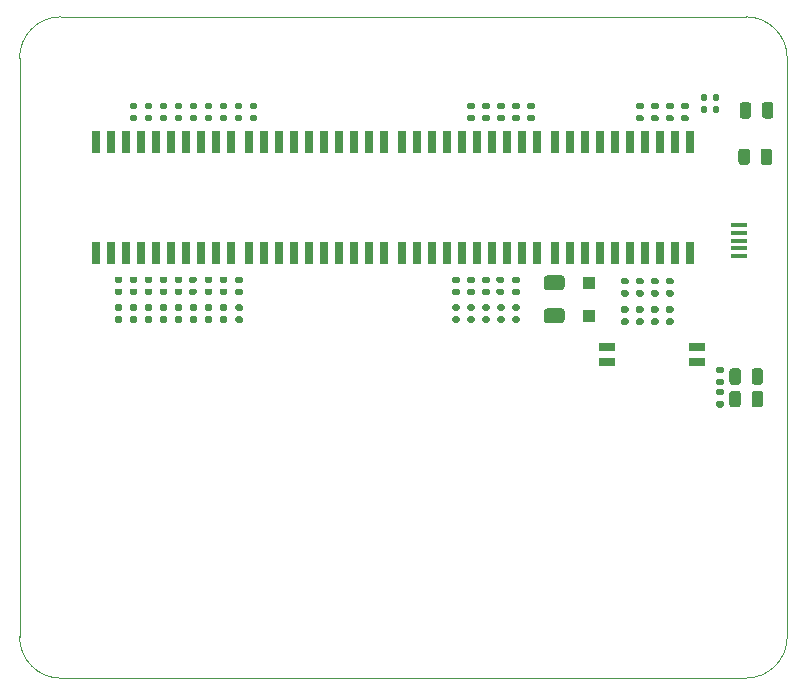
<source format=gtp>
%TF.GenerationSoftware,KiCad,Pcbnew,(5.1.9-16-g1737927814)-1*%
%TF.CreationDate,2021-08-01T12:49:19-05:00*%
%TF.ProjectId,rascsi_2p4,72617363-7369-45f3-9270-342e6b696361,rev?*%
%TF.SameCoordinates,PX59d60c0PY325aa00*%
%TF.FileFunction,Paste,Top*%
%TF.FilePolarity,Positive*%
%FSLAX46Y46*%
G04 Gerber Fmt 4.6, Leading zero omitted, Abs format (unit mm)*
G04 Created by KiCad (PCBNEW (5.1.9-16-g1737927814)-1) date 2021-08-01 12:49:19*
%MOMM*%
%LPD*%
G01*
G04 APERTURE LIST*
%TA.AperFunction,Profile*%
%ADD10C,0.050000*%
%TD*%
%ADD11R,0.650000X1.950000*%
%ADD12R,1.400000X0.400000*%
%ADD13R,1.100000X1.100000*%
%ADD14R,1.425000X0.750000*%
G04 APERTURE END LIST*
D10*
X83800000Y-45696000D02*
X141800000Y-45696000D01*
X83800000Y-45696000D02*
G75*
G02*
X80300000Y-42196000I0J3500000D01*
G01*
X145300000Y-42196000D02*
G75*
G02*
X141800000Y-45696000I-3500000J0D01*
G01*
X80300000Y6800000D02*
X80300000Y-42196000D01*
X145300000Y6800000D02*
X145300000Y-42196000D01*
X83800000Y10300000D02*
X141800000Y10300000D01*
X80300000Y6800000D02*
G75*
G02*
X83800000Y10300000I3500000J0D01*
G01*
X141800000Y10300000D02*
G75*
G02*
X145300000Y6800000I0J-3500000D01*
G01*
%TO.C,R4*%
G36*
G01*
X139422000Y-20338000D02*
X139792000Y-20338000D01*
G75*
G02*
X139927000Y-20473000I0J-135000D01*
G01*
X139927000Y-20743000D01*
G75*
G02*
X139792000Y-20878000I-135000J0D01*
G01*
X139422000Y-20878000D01*
G75*
G02*
X139287000Y-20743000I0J135000D01*
G01*
X139287000Y-20473000D01*
G75*
G02*
X139422000Y-20338000I135000J0D01*
G01*
G37*
G36*
G01*
X139422000Y-19318000D02*
X139792000Y-19318000D01*
G75*
G02*
X139927000Y-19453000I0J-135000D01*
G01*
X139927000Y-19723000D01*
G75*
G02*
X139792000Y-19858000I-135000J0D01*
G01*
X139422000Y-19858000D01*
G75*
G02*
X139287000Y-19723000I0J135000D01*
G01*
X139287000Y-19453000D01*
G75*
G02*
X139422000Y-19318000I135000J0D01*
G01*
G37*
%TD*%
%TO.C,R3*%
G36*
G01*
X139422000Y-22243000D02*
X139792000Y-22243000D01*
G75*
G02*
X139927000Y-22378000I0J-135000D01*
G01*
X139927000Y-22648000D01*
G75*
G02*
X139792000Y-22783000I-135000J0D01*
G01*
X139422000Y-22783000D01*
G75*
G02*
X139287000Y-22648000I0J135000D01*
G01*
X139287000Y-22378000D01*
G75*
G02*
X139422000Y-22243000I135000J0D01*
G01*
G37*
G36*
G01*
X139422000Y-21223000D02*
X139792000Y-21223000D01*
G75*
G02*
X139927000Y-21358000I0J-135000D01*
G01*
X139927000Y-21628000D01*
G75*
G02*
X139792000Y-21763000I-135000J0D01*
G01*
X139422000Y-21763000D01*
G75*
G02*
X139287000Y-21628000I0J135000D01*
G01*
X139287000Y-21358000D01*
G75*
G02*
X139422000Y-21223000I135000J0D01*
G01*
G37*
%TD*%
%TO.C,R2*%
G36*
G01*
X138998500Y3275500D02*
X138998500Y3645500D01*
G75*
G02*
X139133500Y3780500I135000J0D01*
G01*
X139403500Y3780500D01*
G75*
G02*
X139538500Y3645500I0J-135000D01*
G01*
X139538500Y3275500D01*
G75*
G02*
X139403500Y3140500I-135000J0D01*
G01*
X139133500Y3140500D01*
G75*
G02*
X138998500Y3275500I0J135000D01*
G01*
G37*
G36*
G01*
X137978500Y3275500D02*
X137978500Y3645500D01*
G75*
G02*
X138113500Y3780500I135000J0D01*
G01*
X138383500Y3780500D01*
G75*
G02*
X138518500Y3645500I0J-135000D01*
G01*
X138518500Y3275500D01*
G75*
G02*
X138383500Y3140500I-135000J0D01*
G01*
X138113500Y3140500D01*
G75*
G02*
X137978500Y3275500I0J135000D01*
G01*
G37*
%TD*%
%TO.C,R1*%
G36*
G01*
X138998500Y2259500D02*
X138998500Y2629500D01*
G75*
G02*
X139133500Y2764500I135000J0D01*
G01*
X139403500Y2764500D01*
G75*
G02*
X139538500Y2629500I0J-135000D01*
G01*
X139538500Y2259500D01*
G75*
G02*
X139403500Y2124500I-135000J0D01*
G01*
X139133500Y2124500D01*
G75*
G02*
X138998500Y2259500I0J135000D01*
G01*
G37*
G36*
G01*
X137978500Y2259500D02*
X137978500Y2629500D01*
G75*
G02*
X138113500Y2764500I135000J0D01*
G01*
X138383500Y2764500D01*
G75*
G02*
X138518500Y2629500I0J-135000D01*
G01*
X138518500Y2259500D01*
G75*
G02*
X138383500Y2124500I-135000J0D01*
G01*
X138113500Y2124500D01*
G75*
G02*
X137978500Y2259500I0J135000D01*
G01*
G37*
%TD*%
%TO.C,R58*%
G36*
G01*
X99082500Y-14587500D02*
X98712500Y-14587500D01*
G75*
G02*
X98577500Y-14452500I0J135000D01*
G01*
X98577500Y-14182500D01*
G75*
G02*
X98712500Y-14047500I135000J0D01*
G01*
X99082500Y-14047500D01*
G75*
G02*
X99217500Y-14182500I0J-135000D01*
G01*
X99217500Y-14452500D01*
G75*
G02*
X99082500Y-14587500I-135000J0D01*
G01*
G37*
G36*
G01*
X99082500Y-15607500D02*
X98712500Y-15607500D01*
G75*
G02*
X98577500Y-15472500I0J135000D01*
G01*
X98577500Y-15202500D01*
G75*
G02*
X98712500Y-15067500I135000J0D01*
G01*
X99082500Y-15067500D01*
G75*
G02*
X99217500Y-15202500I0J-135000D01*
G01*
X99217500Y-15472500D01*
G75*
G02*
X99082500Y-15607500I-135000J0D01*
G01*
G37*
%TD*%
%TO.C,R57*%
G36*
G01*
X97755000Y-14587500D02*
X97385000Y-14587500D01*
G75*
G02*
X97250000Y-14452500I0J135000D01*
G01*
X97250000Y-14182500D01*
G75*
G02*
X97385000Y-14047500I135000J0D01*
G01*
X97755000Y-14047500D01*
G75*
G02*
X97890000Y-14182500I0J-135000D01*
G01*
X97890000Y-14452500D01*
G75*
G02*
X97755000Y-14587500I-135000J0D01*
G01*
G37*
G36*
G01*
X97755000Y-15607500D02*
X97385000Y-15607500D01*
G75*
G02*
X97250000Y-15472500I0J135000D01*
G01*
X97250000Y-15202500D01*
G75*
G02*
X97385000Y-15067500I135000J0D01*
G01*
X97755000Y-15067500D01*
G75*
G02*
X97890000Y-15202500I0J-135000D01*
G01*
X97890000Y-15472500D01*
G75*
G02*
X97755000Y-15607500I-135000J0D01*
G01*
G37*
%TD*%
%TO.C,R56*%
G36*
G01*
X96485000Y-14587500D02*
X96115000Y-14587500D01*
G75*
G02*
X95980000Y-14452500I0J135000D01*
G01*
X95980000Y-14182500D01*
G75*
G02*
X96115000Y-14047500I135000J0D01*
G01*
X96485000Y-14047500D01*
G75*
G02*
X96620000Y-14182500I0J-135000D01*
G01*
X96620000Y-14452500D01*
G75*
G02*
X96485000Y-14587500I-135000J0D01*
G01*
G37*
G36*
G01*
X96485000Y-15607500D02*
X96115000Y-15607500D01*
G75*
G02*
X95980000Y-15472500I0J135000D01*
G01*
X95980000Y-15202500D01*
G75*
G02*
X96115000Y-15067500I135000J0D01*
G01*
X96485000Y-15067500D01*
G75*
G02*
X96620000Y-15202500I0J-135000D01*
G01*
X96620000Y-15472500D01*
G75*
G02*
X96485000Y-15607500I-135000J0D01*
G01*
G37*
%TD*%
%TO.C,R55*%
G36*
G01*
X95215000Y-14587500D02*
X94845000Y-14587500D01*
G75*
G02*
X94710000Y-14452500I0J135000D01*
G01*
X94710000Y-14182500D01*
G75*
G02*
X94845000Y-14047500I135000J0D01*
G01*
X95215000Y-14047500D01*
G75*
G02*
X95350000Y-14182500I0J-135000D01*
G01*
X95350000Y-14452500D01*
G75*
G02*
X95215000Y-14587500I-135000J0D01*
G01*
G37*
G36*
G01*
X95215000Y-15607500D02*
X94845000Y-15607500D01*
G75*
G02*
X94710000Y-15472500I0J135000D01*
G01*
X94710000Y-15202500D01*
G75*
G02*
X94845000Y-15067500I135000J0D01*
G01*
X95215000Y-15067500D01*
G75*
G02*
X95350000Y-15202500I0J-135000D01*
G01*
X95350000Y-15472500D01*
G75*
G02*
X95215000Y-15607500I-135000J0D01*
G01*
G37*
%TD*%
%TO.C,R54*%
G36*
G01*
X93945000Y-14587500D02*
X93575000Y-14587500D01*
G75*
G02*
X93440000Y-14452500I0J135000D01*
G01*
X93440000Y-14182500D01*
G75*
G02*
X93575000Y-14047500I135000J0D01*
G01*
X93945000Y-14047500D01*
G75*
G02*
X94080000Y-14182500I0J-135000D01*
G01*
X94080000Y-14452500D01*
G75*
G02*
X93945000Y-14587500I-135000J0D01*
G01*
G37*
G36*
G01*
X93945000Y-15607500D02*
X93575000Y-15607500D01*
G75*
G02*
X93440000Y-15472500I0J135000D01*
G01*
X93440000Y-15202500D01*
G75*
G02*
X93575000Y-15067500I135000J0D01*
G01*
X93945000Y-15067500D01*
G75*
G02*
X94080000Y-15202500I0J-135000D01*
G01*
X94080000Y-15472500D01*
G75*
G02*
X93945000Y-15607500I-135000J0D01*
G01*
G37*
%TD*%
%TO.C,R53*%
G36*
G01*
X92675000Y-14587500D02*
X92305000Y-14587500D01*
G75*
G02*
X92170000Y-14452500I0J135000D01*
G01*
X92170000Y-14182500D01*
G75*
G02*
X92305000Y-14047500I135000J0D01*
G01*
X92675000Y-14047500D01*
G75*
G02*
X92810000Y-14182500I0J-135000D01*
G01*
X92810000Y-14452500D01*
G75*
G02*
X92675000Y-14587500I-135000J0D01*
G01*
G37*
G36*
G01*
X92675000Y-15607500D02*
X92305000Y-15607500D01*
G75*
G02*
X92170000Y-15472500I0J135000D01*
G01*
X92170000Y-15202500D01*
G75*
G02*
X92305000Y-15067500I135000J0D01*
G01*
X92675000Y-15067500D01*
G75*
G02*
X92810000Y-15202500I0J-135000D01*
G01*
X92810000Y-15472500D01*
G75*
G02*
X92675000Y-15607500I-135000J0D01*
G01*
G37*
%TD*%
%TO.C,R52*%
G36*
G01*
X91405000Y-14587500D02*
X91035000Y-14587500D01*
G75*
G02*
X90900000Y-14452500I0J135000D01*
G01*
X90900000Y-14182500D01*
G75*
G02*
X91035000Y-14047500I135000J0D01*
G01*
X91405000Y-14047500D01*
G75*
G02*
X91540000Y-14182500I0J-135000D01*
G01*
X91540000Y-14452500D01*
G75*
G02*
X91405000Y-14587500I-135000J0D01*
G01*
G37*
G36*
G01*
X91405000Y-15607500D02*
X91035000Y-15607500D01*
G75*
G02*
X90900000Y-15472500I0J135000D01*
G01*
X90900000Y-15202500D01*
G75*
G02*
X91035000Y-15067500I135000J0D01*
G01*
X91405000Y-15067500D01*
G75*
G02*
X91540000Y-15202500I0J-135000D01*
G01*
X91540000Y-15472500D01*
G75*
G02*
X91405000Y-15607500I-135000J0D01*
G01*
G37*
%TD*%
%TO.C,R51*%
G36*
G01*
X90135000Y-14587500D02*
X89765000Y-14587500D01*
G75*
G02*
X89630000Y-14452500I0J135000D01*
G01*
X89630000Y-14182500D01*
G75*
G02*
X89765000Y-14047500I135000J0D01*
G01*
X90135000Y-14047500D01*
G75*
G02*
X90270000Y-14182500I0J-135000D01*
G01*
X90270000Y-14452500D01*
G75*
G02*
X90135000Y-14587500I-135000J0D01*
G01*
G37*
G36*
G01*
X90135000Y-15607500D02*
X89765000Y-15607500D01*
G75*
G02*
X89630000Y-15472500I0J135000D01*
G01*
X89630000Y-15202500D01*
G75*
G02*
X89765000Y-15067500I135000J0D01*
G01*
X90135000Y-15067500D01*
G75*
G02*
X90270000Y-15202500I0J-135000D01*
G01*
X90270000Y-15472500D01*
G75*
G02*
X90135000Y-15607500I-135000J0D01*
G01*
G37*
%TD*%
%TO.C,R50*%
G36*
G01*
X88865000Y-14587500D02*
X88495000Y-14587500D01*
G75*
G02*
X88360000Y-14452500I0J135000D01*
G01*
X88360000Y-14182500D01*
G75*
G02*
X88495000Y-14047500I135000J0D01*
G01*
X88865000Y-14047500D01*
G75*
G02*
X89000000Y-14182500I0J-135000D01*
G01*
X89000000Y-14452500D01*
G75*
G02*
X88865000Y-14587500I-135000J0D01*
G01*
G37*
G36*
G01*
X88865000Y-15607500D02*
X88495000Y-15607500D01*
G75*
G02*
X88360000Y-15472500I0J135000D01*
G01*
X88360000Y-15202500D01*
G75*
G02*
X88495000Y-15067500I135000J0D01*
G01*
X88865000Y-15067500D01*
G75*
G02*
X89000000Y-15202500I0J-135000D01*
G01*
X89000000Y-15472500D01*
G75*
G02*
X88865000Y-15607500I-135000J0D01*
G01*
G37*
%TD*%
%TO.C,R49*%
G36*
G01*
X122520000Y-14587500D02*
X122150000Y-14587500D01*
G75*
G02*
X122015000Y-14452500I0J135000D01*
G01*
X122015000Y-14182500D01*
G75*
G02*
X122150000Y-14047500I135000J0D01*
G01*
X122520000Y-14047500D01*
G75*
G02*
X122655000Y-14182500I0J-135000D01*
G01*
X122655000Y-14452500D01*
G75*
G02*
X122520000Y-14587500I-135000J0D01*
G01*
G37*
G36*
G01*
X122520000Y-15607500D02*
X122150000Y-15607500D01*
G75*
G02*
X122015000Y-15472500I0J135000D01*
G01*
X122015000Y-15202500D01*
G75*
G02*
X122150000Y-15067500I135000J0D01*
G01*
X122520000Y-15067500D01*
G75*
G02*
X122655000Y-15202500I0J-135000D01*
G01*
X122655000Y-15472500D01*
G75*
G02*
X122520000Y-15607500I-135000J0D01*
G01*
G37*
%TD*%
%TO.C,R48*%
G36*
G01*
X121250000Y-14587500D02*
X120880000Y-14587500D01*
G75*
G02*
X120745000Y-14452500I0J135000D01*
G01*
X120745000Y-14182500D01*
G75*
G02*
X120880000Y-14047500I135000J0D01*
G01*
X121250000Y-14047500D01*
G75*
G02*
X121385000Y-14182500I0J-135000D01*
G01*
X121385000Y-14452500D01*
G75*
G02*
X121250000Y-14587500I-135000J0D01*
G01*
G37*
G36*
G01*
X121250000Y-15607500D02*
X120880000Y-15607500D01*
G75*
G02*
X120745000Y-15472500I0J135000D01*
G01*
X120745000Y-15202500D01*
G75*
G02*
X120880000Y-15067500I135000J0D01*
G01*
X121250000Y-15067500D01*
G75*
G02*
X121385000Y-15202500I0J-135000D01*
G01*
X121385000Y-15472500D01*
G75*
G02*
X121250000Y-15607500I-135000J0D01*
G01*
G37*
%TD*%
%TO.C,R47*%
G36*
G01*
X119980000Y-14587500D02*
X119610000Y-14587500D01*
G75*
G02*
X119475000Y-14452500I0J135000D01*
G01*
X119475000Y-14182500D01*
G75*
G02*
X119610000Y-14047500I135000J0D01*
G01*
X119980000Y-14047500D01*
G75*
G02*
X120115000Y-14182500I0J-135000D01*
G01*
X120115000Y-14452500D01*
G75*
G02*
X119980000Y-14587500I-135000J0D01*
G01*
G37*
G36*
G01*
X119980000Y-15607500D02*
X119610000Y-15607500D01*
G75*
G02*
X119475000Y-15472500I0J135000D01*
G01*
X119475000Y-15202500D01*
G75*
G02*
X119610000Y-15067500I135000J0D01*
G01*
X119980000Y-15067500D01*
G75*
G02*
X120115000Y-15202500I0J-135000D01*
G01*
X120115000Y-15472500D01*
G75*
G02*
X119980000Y-15607500I-135000J0D01*
G01*
G37*
%TD*%
%TO.C,R46*%
G36*
G01*
X118710000Y-14587500D02*
X118340000Y-14587500D01*
G75*
G02*
X118205000Y-14452500I0J135000D01*
G01*
X118205000Y-14182500D01*
G75*
G02*
X118340000Y-14047500I135000J0D01*
G01*
X118710000Y-14047500D01*
G75*
G02*
X118845000Y-14182500I0J-135000D01*
G01*
X118845000Y-14452500D01*
G75*
G02*
X118710000Y-14587500I-135000J0D01*
G01*
G37*
G36*
G01*
X118710000Y-15607500D02*
X118340000Y-15607500D01*
G75*
G02*
X118205000Y-15472500I0J135000D01*
G01*
X118205000Y-15202500D01*
G75*
G02*
X118340000Y-15067500I135000J0D01*
G01*
X118710000Y-15067500D01*
G75*
G02*
X118845000Y-15202500I0J-135000D01*
G01*
X118845000Y-15472500D01*
G75*
G02*
X118710000Y-15607500I-135000J0D01*
G01*
G37*
%TD*%
%TO.C,R45*%
G36*
G01*
X117440000Y-14587500D02*
X117070000Y-14587500D01*
G75*
G02*
X116935000Y-14452500I0J135000D01*
G01*
X116935000Y-14182500D01*
G75*
G02*
X117070000Y-14047500I135000J0D01*
G01*
X117440000Y-14047500D01*
G75*
G02*
X117575000Y-14182500I0J-135000D01*
G01*
X117575000Y-14452500D01*
G75*
G02*
X117440000Y-14587500I-135000J0D01*
G01*
G37*
G36*
G01*
X117440000Y-15607500D02*
X117070000Y-15607500D01*
G75*
G02*
X116935000Y-15472500I0J135000D01*
G01*
X116935000Y-15202500D01*
G75*
G02*
X117070000Y-15067500I135000J0D01*
G01*
X117440000Y-15067500D01*
G75*
G02*
X117575000Y-15202500I0J-135000D01*
G01*
X117575000Y-15472500D01*
G75*
G02*
X117440000Y-15607500I-135000J0D01*
G01*
G37*
%TD*%
%TO.C,R44*%
G36*
G01*
X135537500Y-14762501D02*
X135167500Y-14762501D01*
G75*
G02*
X135032500Y-14627501I0J135000D01*
G01*
X135032500Y-14357501D01*
G75*
G02*
X135167500Y-14222501I135000J0D01*
G01*
X135537500Y-14222501D01*
G75*
G02*
X135672500Y-14357501I0J-135000D01*
G01*
X135672500Y-14627501D01*
G75*
G02*
X135537500Y-14762501I-135000J0D01*
G01*
G37*
G36*
G01*
X135537500Y-15782501D02*
X135167500Y-15782501D01*
G75*
G02*
X135032500Y-15647501I0J135000D01*
G01*
X135032500Y-15377501D01*
G75*
G02*
X135167500Y-15242501I135000J0D01*
G01*
X135537500Y-15242501D01*
G75*
G02*
X135672500Y-15377501I0J-135000D01*
G01*
X135672500Y-15647501D01*
G75*
G02*
X135537500Y-15782501I-135000J0D01*
G01*
G37*
%TD*%
%TO.C,R43*%
G36*
G01*
X134267500Y-14762501D02*
X133897500Y-14762501D01*
G75*
G02*
X133762500Y-14627501I0J135000D01*
G01*
X133762500Y-14357501D01*
G75*
G02*
X133897500Y-14222501I135000J0D01*
G01*
X134267500Y-14222501D01*
G75*
G02*
X134402500Y-14357501I0J-135000D01*
G01*
X134402500Y-14627501D01*
G75*
G02*
X134267500Y-14762501I-135000J0D01*
G01*
G37*
G36*
G01*
X134267500Y-15782501D02*
X133897500Y-15782501D01*
G75*
G02*
X133762500Y-15647501I0J135000D01*
G01*
X133762500Y-15377501D01*
G75*
G02*
X133897500Y-15242501I135000J0D01*
G01*
X134267500Y-15242501D01*
G75*
G02*
X134402500Y-15377501I0J-135000D01*
G01*
X134402500Y-15647501D01*
G75*
G02*
X134267500Y-15782501I-135000J0D01*
G01*
G37*
%TD*%
%TO.C,R42*%
G36*
G01*
X132997500Y-14762501D02*
X132627500Y-14762501D01*
G75*
G02*
X132492500Y-14627501I0J135000D01*
G01*
X132492500Y-14357501D01*
G75*
G02*
X132627500Y-14222501I135000J0D01*
G01*
X132997500Y-14222501D01*
G75*
G02*
X133132500Y-14357501I0J-135000D01*
G01*
X133132500Y-14627501D01*
G75*
G02*
X132997500Y-14762501I-135000J0D01*
G01*
G37*
G36*
G01*
X132997500Y-15782501D02*
X132627500Y-15782501D01*
G75*
G02*
X132492500Y-15647501I0J135000D01*
G01*
X132492500Y-15377501D01*
G75*
G02*
X132627500Y-15242501I135000J0D01*
G01*
X132997500Y-15242501D01*
G75*
G02*
X133132500Y-15377501I0J-135000D01*
G01*
X133132500Y-15647501D01*
G75*
G02*
X132997500Y-15782501I-135000J0D01*
G01*
G37*
%TD*%
%TO.C,R41*%
G36*
G01*
X131727500Y-14762501D02*
X131357500Y-14762501D01*
G75*
G02*
X131222500Y-14627501I0J135000D01*
G01*
X131222500Y-14357501D01*
G75*
G02*
X131357500Y-14222501I135000J0D01*
G01*
X131727500Y-14222501D01*
G75*
G02*
X131862500Y-14357501I0J-135000D01*
G01*
X131862500Y-14627501D01*
G75*
G02*
X131727500Y-14762501I-135000J0D01*
G01*
G37*
G36*
G01*
X131727500Y-15782501D02*
X131357500Y-15782501D01*
G75*
G02*
X131222500Y-15647501I0J135000D01*
G01*
X131222500Y-15377501D01*
G75*
G02*
X131357500Y-15242501I135000J0D01*
G01*
X131727500Y-15242501D01*
G75*
G02*
X131862500Y-15377501I0J-135000D01*
G01*
X131862500Y-15647501D01*
G75*
G02*
X131727500Y-15782501I-135000J0D01*
G01*
G37*
%TD*%
%TO.C,R40*%
G36*
G01*
X98712500Y-12718000D02*
X99082500Y-12718000D01*
G75*
G02*
X99217500Y-12853000I0J-135000D01*
G01*
X99217500Y-13123000D01*
G75*
G02*
X99082500Y-13258000I-135000J0D01*
G01*
X98712500Y-13258000D01*
G75*
G02*
X98577500Y-13123000I0J135000D01*
G01*
X98577500Y-12853000D01*
G75*
G02*
X98712500Y-12718000I135000J0D01*
G01*
G37*
G36*
G01*
X98712500Y-11698000D02*
X99082500Y-11698000D01*
G75*
G02*
X99217500Y-11833000I0J-135000D01*
G01*
X99217500Y-12103000D01*
G75*
G02*
X99082500Y-12238000I-135000J0D01*
G01*
X98712500Y-12238000D01*
G75*
G02*
X98577500Y-12103000I0J135000D01*
G01*
X98577500Y-11833000D01*
G75*
G02*
X98712500Y-11698000I135000J0D01*
G01*
G37*
%TD*%
%TO.C,R39*%
G36*
G01*
X97385000Y-12718000D02*
X97755000Y-12718000D01*
G75*
G02*
X97890000Y-12853000I0J-135000D01*
G01*
X97890000Y-13123000D01*
G75*
G02*
X97755000Y-13258000I-135000J0D01*
G01*
X97385000Y-13258000D01*
G75*
G02*
X97250000Y-13123000I0J135000D01*
G01*
X97250000Y-12853000D01*
G75*
G02*
X97385000Y-12718000I135000J0D01*
G01*
G37*
G36*
G01*
X97385000Y-11698000D02*
X97755000Y-11698000D01*
G75*
G02*
X97890000Y-11833000I0J-135000D01*
G01*
X97890000Y-12103000D01*
G75*
G02*
X97755000Y-12238000I-135000J0D01*
G01*
X97385000Y-12238000D01*
G75*
G02*
X97250000Y-12103000I0J135000D01*
G01*
X97250000Y-11833000D01*
G75*
G02*
X97385000Y-11698000I135000J0D01*
G01*
G37*
%TD*%
%TO.C,R38*%
G36*
G01*
X96115000Y-12718000D02*
X96485000Y-12718000D01*
G75*
G02*
X96620000Y-12853000I0J-135000D01*
G01*
X96620000Y-13123000D01*
G75*
G02*
X96485000Y-13258000I-135000J0D01*
G01*
X96115000Y-13258000D01*
G75*
G02*
X95980000Y-13123000I0J135000D01*
G01*
X95980000Y-12853000D01*
G75*
G02*
X96115000Y-12718000I135000J0D01*
G01*
G37*
G36*
G01*
X96115000Y-11698000D02*
X96485000Y-11698000D01*
G75*
G02*
X96620000Y-11833000I0J-135000D01*
G01*
X96620000Y-12103000D01*
G75*
G02*
X96485000Y-12238000I-135000J0D01*
G01*
X96115000Y-12238000D01*
G75*
G02*
X95980000Y-12103000I0J135000D01*
G01*
X95980000Y-11833000D01*
G75*
G02*
X96115000Y-11698000I135000J0D01*
G01*
G37*
%TD*%
%TO.C,R37*%
G36*
G01*
X94781500Y-12718000D02*
X95151500Y-12718000D01*
G75*
G02*
X95286500Y-12853000I0J-135000D01*
G01*
X95286500Y-13123000D01*
G75*
G02*
X95151500Y-13258000I-135000J0D01*
G01*
X94781500Y-13258000D01*
G75*
G02*
X94646500Y-13123000I0J135000D01*
G01*
X94646500Y-12853000D01*
G75*
G02*
X94781500Y-12718000I135000J0D01*
G01*
G37*
G36*
G01*
X94781500Y-11698000D02*
X95151500Y-11698000D01*
G75*
G02*
X95286500Y-11833000I0J-135000D01*
G01*
X95286500Y-12103000D01*
G75*
G02*
X95151500Y-12238000I-135000J0D01*
G01*
X94781500Y-12238000D01*
G75*
G02*
X94646500Y-12103000I0J135000D01*
G01*
X94646500Y-11833000D01*
G75*
G02*
X94781500Y-11698000I135000J0D01*
G01*
G37*
%TD*%
%TO.C,R36*%
G36*
G01*
X93575000Y-12718000D02*
X93945000Y-12718000D01*
G75*
G02*
X94080000Y-12853000I0J-135000D01*
G01*
X94080000Y-13123000D01*
G75*
G02*
X93945000Y-13258000I-135000J0D01*
G01*
X93575000Y-13258000D01*
G75*
G02*
X93440000Y-13123000I0J135000D01*
G01*
X93440000Y-12853000D01*
G75*
G02*
X93575000Y-12718000I135000J0D01*
G01*
G37*
G36*
G01*
X93575000Y-11698000D02*
X93945000Y-11698000D01*
G75*
G02*
X94080000Y-11833000I0J-135000D01*
G01*
X94080000Y-12103000D01*
G75*
G02*
X93945000Y-12238000I-135000J0D01*
G01*
X93575000Y-12238000D01*
G75*
G02*
X93440000Y-12103000I0J135000D01*
G01*
X93440000Y-11833000D01*
G75*
G02*
X93575000Y-11698000I135000J0D01*
G01*
G37*
%TD*%
%TO.C,R35*%
G36*
G01*
X92305000Y-12718000D02*
X92675000Y-12718000D01*
G75*
G02*
X92810000Y-12853000I0J-135000D01*
G01*
X92810000Y-13123000D01*
G75*
G02*
X92675000Y-13258000I-135000J0D01*
G01*
X92305000Y-13258000D01*
G75*
G02*
X92170000Y-13123000I0J135000D01*
G01*
X92170000Y-12853000D01*
G75*
G02*
X92305000Y-12718000I135000J0D01*
G01*
G37*
G36*
G01*
X92305000Y-11698000D02*
X92675000Y-11698000D01*
G75*
G02*
X92810000Y-11833000I0J-135000D01*
G01*
X92810000Y-12103000D01*
G75*
G02*
X92675000Y-12238000I-135000J0D01*
G01*
X92305000Y-12238000D01*
G75*
G02*
X92170000Y-12103000I0J135000D01*
G01*
X92170000Y-11833000D01*
G75*
G02*
X92305000Y-11698000I135000J0D01*
G01*
G37*
%TD*%
%TO.C,R34*%
G36*
G01*
X91035000Y-12718000D02*
X91405000Y-12718000D01*
G75*
G02*
X91540000Y-12853000I0J-135000D01*
G01*
X91540000Y-13123000D01*
G75*
G02*
X91405000Y-13258000I-135000J0D01*
G01*
X91035000Y-13258000D01*
G75*
G02*
X90900000Y-13123000I0J135000D01*
G01*
X90900000Y-12853000D01*
G75*
G02*
X91035000Y-12718000I135000J0D01*
G01*
G37*
G36*
G01*
X91035000Y-11698000D02*
X91405000Y-11698000D01*
G75*
G02*
X91540000Y-11833000I0J-135000D01*
G01*
X91540000Y-12103000D01*
G75*
G02*
X91405000Y-12238000I-135000J0D01*
G01*
X91035000Y-12238000D01*
G75*
G02*
X90900000Y-12103000I0J135000D01*
G01*
X90900000Y-11833000D01*
G75*
G02*
X91035000Y-11698000I135000J0D01*
G01*
G37*
%TD*%
%TO.C,R33*%
G36*
G01*
X89765000Y-12718000D02*
X90135000Y-12718000D01*
G75*
G02*
X90270000Y-12853000I0J-135000D01*
G01*
X90270000Y-13123000D01*
G75*
G02*
X90135000Y-13258000I-135000J0D01*
G01*
X89765000Y-13258000D01*
G75*
G02*
X89630000Y-13123000I0J135000D01*
G01*
X89630000Y-12853000D01*
G75*
G02*
X89765000Y-12718000I135000J0D01*
G01*
G37*
G36*
G01*
X89765000Y-11698000D02*
X90135000Y-11698000D01*
G75*
G02*
X90270000Y-11833000I0J-135000D01*
G01*
X90270000Y-12103000D01*
G75*
G02*
X90135000Y-12238000I-135000J0D01*
G01*
X89765000Y-12238000D01*
G75*
G02*
X89630000Y-12103000I0J135000D01*
G01*
X89630000Y-11833000D01*
G75*
G02*
X89765000Y-11698000I135000J0D01*
G01*
G37*
%TD*%
%TO.C,R32*%
G36*
G01*
X88495000Y-12718000D02*
X88865000Y-12718000D01*
G75*
G02*
X89000000Y-12853000I0J-135000D01*
G01*
X89000000Y-13123000D01*
G75*
G02*
X88865000Y-13258000I-135000J0D01*
G01*
X88495000Y-13258000D01*
G75*
G02*
X88360000Y-13123000I0J135000D01*
G01*
X88360000Y-12853000D01*
G75*
G02*
X88495000Y-12718000I135000J0D01*
G01*
G37*
G36*
G01*
X88495000Y-11698000D02*
X88865000Y-11698000D01*
G75*
G02*
X89000000Y-11833000I0J-135000D01*
G01*
X89000000Y-12103000D01*
G75*
G02*
X88865000Y-12238000I-135000J0D01*
G01*
X88495000Y-12238000D01*
G75*
G02*
X88360000Y-12103000I0J135000D01*
G01*
X88360000Y-11833000D01*
G75*
G02*
X88495000Y-11698000I135000J0D01*
G01*
G37*
%TD*%
%TO.C,R31*%
G36*
G01*
X122150000Y-12718000D02*
X122520000Y-12718000D01*
G75*
G02*
X122655000Y-12853000I0J-135000D01*
G01*
X122655000Y-13123000D01*
G75*
G02*
X122520000Y-13258000I-135000J0D01*
G01*
X122150000Y-13258000D01*
G75*
G02*
X122015000Y-13123000I0J135000D01*
G01*
X122015000Y-12853000D01*
G75*
G02*
X122150000Y-12718000I135000J0D01*
G01*
G37*
G36*
G01*
X122150000Y-11698000D02*
X122520000Y-11698000D01*
G75*
G02*
X122655000Y-11833000I0J-135000D01*
G01*
X122655000Y-12103000D01*
G75*
G02*
X122520000Y-12238000I-135000J0D01*
G01*
X122150000Y-12238000D01*
G75*
G02*
X122015000Y-12103000I0J135000D01*
G01*
X122015000Y-11833000D01*
G75*
G02*
X122150000Y-11698000I135000J0D01*
G01*
G37*
%TD*%
%TO.C,R30*%
G36*
G01*
X120816500Y-12718000D02*
X121186500Y-12718000D01*
G75*
G02*
X121321500Y-12853000I0J-135000D01*
G01*
X121321500Y-13123000D01*
G75*
G02*
X121186500Y-13258000I-135000J0D01*
G01*
X120816500Y-13258000D01*
G75*
G02*
X120681500Y-13123000I0J135000D01*
G01*
X120681500Y-12853000D01*
G75*
G02*
X120816500Y-12718000I135000J0D01*
G01*
G37*
G36*
G01*
X120816500Y-11698000D02*
X121186500Y-11698000D01*
G75*
G02*
X121321500Y-11833000I0J-135000D01*
G01*
X121321500Y-12103000D01*
G75*
G02*
X121186500Y-12238000I-135000J0D01*
G01*
X120816500Y-12238000D01*
G75*
G02*
X120681500Y-12103000I0J135000D01*
G01*
X120681500Y-11833000D01*
G75*
G02*
X120816500Y-11698000I135000J0D01*
G01*
G37*
%TD*%
%TO.C,R29*%
G36*
G01*
X119610000Y-12718000D02*
X119980000Y-12718000D01*
G75*
G02*
X120115000Y-12853000I0J-135000D01*
G01*
X120115000Y-13123000D01*
G75*
G02*
X119980000Y-13258000I-135000J0D01*
G01*
X119610000Y-13258000D01*
G75*
G02*
X119475000Y-13123000I0J135000D01*
G01*
X119475000Y-12853000D01*
G75*
G02*
X119610000Y-12718000I135000J0D01*
G01*
G37*
G36*
G01*
X119610000Y-11698000D02*
X119980000Y-11698000D01*
G75*
G02*
X120115000Y-11833000I0J-135000D01*
G01*
X120115000Y-12103000D01*
G75*
G02*
X119980000Y-12238000I-135000J0D01*
G01*
X119610000Y-12238000D01*
G75*
G02*
X119475000Y-12103000I0J135000D01*
G01*
X119475000Y-11833000D01*
G75*
G02*
X119610000Y-11698000I135000J0D01*
G01*
G37*
%TD*%
%TO.C,R28*%
G36*
G01*
X118340000Y-12718000D02*
X118710000Y-12718000D01*
G75*
G02*
X118845000Y-12853000I0J-135000D01*
G01*
X118845000Y-13123000D01*
G75*
G02*
X118710000Y-13258000I-135000J0D01*
G01*
X118340000Y-13258000D01*
G75*
G02*
X118205000Y-13123000I0J135000D01*
G01*
X118205000Y-12853000D01*
G75*
G02*
X118340000Y-12718000I135000J0D01*
G01*
G37*
G36*
G01*
X118340000Y-11698000D02*
X118710000Y-11698000D01*
G75*
G02*
X118845000Y-11833000I0J-135000D01*
G01*
X118845000Y-12103000D01*
G75*
G02*
X118710000Y-12238000I-135000J0D01*
G01*
X118340000Y-12238000D01*
G75*
G02*
X118205000Y-12103000I0J135000D01*
G01*
X118205000Y-11833000D01*
G75*
G02*
X118340000Y-11698000I135000J0D01*
G01*
G37*
%TD*%
%TO.C,R27*%
G36*
G01*
X117070000Y-12718000D02*
X117440000Y-12718000D01*
G75*
G02*
X117575000Y-12853000I0J-135000D01*
G01*
X117575000Y-13123000D01*
G75*
G02*
X117440000Y-13258000I-135000J0D01*
G01*
X117070000Y-13258000D01*
G75*
G02*
X116935000Y-13123000I0J135000D01*
G01*
X116935000Y-12853000D01*
G75*
G02*
X117070000Y-12718000I135000J0D01*
G01*
G37*
G36*
G01*
X117070000Y-11698000D02*
X117440000Y-11698000D01*
G75*
G02*
X117575000Y-11833000I0J-135000D01*
G01*
X117575000Y-12103000D01*
G75*
G02*
X117440000Y-12238000I-135000J0D01*
G01*
X117070000Y-12238000D01*
G75*
G02*
X116935000Y-12103000I0J135000D01*
G01*
X116935000Y-11833000D01*
G75*
G02*
X117070000Y-11698000I135000J0D01*
G01*
G37*
%TD*%
%TO.C,R26*%
G36*
G01*
X135167500Y-12845000D02*
X135537500Y-12845000D01*
G75*
G02*
X135672500Y-12980000I0J-135000D01*
G01*
X135672500Y-13250000D01*
G75*
G02*
X135537500Y-13385000I-135000J0D01*
G01*
X135167500Y-13385000D01*
G75*
G02*
X135032500Y-13250000I0J135000D01*
G01*
X135032500Y-12980000D01*
G75*
G02*
X135167500Y-12845000I135000J0D01*
G01*
G37*
G36*
G01*
X135167500Y-11825000D02*
X135537500Y-11825000D01*
G75*
G02*
X135672500Y-11960000I0J-135000D01*
G01*
X135672500Y-12230000D01*
G75*
G02*
X135537500Y-12365000I-135000J0D01*
G01*
X135167500Y-12365000D01*
G75*
G02*
X135032500Y-12230000I0J135000D01*
G01*
X135032500Y-11960000D01*
G75*
G02*
X135167500Y-11825000I135000J0D01*
G01*
G37*
%TD*%
%TO.C,R25*%
G36*
G01*
X133897500Y-12845000D02*
X134267500Y-12845000D01*
G75*
G02*
X134402500Y-12980000I0J-135000D01*
G01*
X134402500Y-13250000D01*
G75*
G02*
X134267500Y-13385000I-135000J0D01*
G01*
X133897500Y-13385000D01*
G75*
G02*
X133762500Y-13250000I0J135000D01*
G01*
X133762500Y-12980000D01*
G75*
G02*
X133897500Y-12845000I135000J0D01*
G01*
G37*
G36*
G01*
X133897500Y-11825000D02*
X134267500Y-11825000D01*
G75*
G02*
X134402500Y-11960000I0J-135000D01*
G01*
X134402500Y-12230000D01*
G75*
G02*
X134267500Y-12365000I-135000J0D01*
G01*
X133897500Y-12365000D01*
G75*
G02*
X133762500Y-12230000I0J135000D01*
G01*
X133762500Y-11960000D01*
G75*
G02*
X133897500Y-11825000I135000J0D01*
G01*
G37*
%TD*%
%TO.C,R24*%
G36*
G01*
X132627500Y-12845000D02*
X132997500Y-12845000D01*
G75*
G02*
X133132500Y-12980000I0J-135000D01*
G01*
X133132500Y-13250000D01*
G75*
G02*
X132997500Y-13385000I-135000J0D01*
G01*
X132627500Y-13385000D01*
G75*
G02*
X132492500Y-13250000I0J135000D01*
G01*
X132492500Y-12980000D01*
G75*
G02*
X132627500Y-12845000I135000J0D01*
G01*
G37*
G36*
G01*
X132627500Y-11825000D02*
X132997500Y-11825000D01*
G75*
G02*
X133132500Y-11960000I0J-135000D01*
G01*
X133132500Y-12230000D01*
G75*
G02*
X132997500Y-12365000I-135000J0D01*
G01*
X132627500Y-12365000D01*
G75*
G02*
X132492500Y-12230000I0J135000D01*
G01*
X132492500Y-11960000D01*
G75*
G02*
X132627500Y-11825000I135000J0D01*
G01*
G37*
%TD*%
%TO.C,R23*%
G36*
G01*
X131357500Y-12845000D02*
X131727500Y-12845000D01*
G75*
G02*
X131862500Y-12980000I0J-135000D01*
G01*
X131862500Y-13250000D01*
G75*
G02*
X131727500Y-13385000I-135000J0D01*
G01*
X131357500Y-13385000D01*
G75*
G02*
X131222500Y-13250000I0J135000D01*
G01*
X131222500Y-12980000D01*
G75*
G02*
X131357500Y-12845000I135000J0D01*
G01*
G37*
G36*
G01*
X131357500Y-11825000D02*
X131727500Y-11825000D01*
G75*
G02*
X131862500Y-11960000I0J-135000D01*
G01*
X131862500Y-12230000D01*
G75*
G02*
X131727500Y-12365000I-135000J0D01*
G01*
X131357500Y-12365000D01*
G75*
G02*
X131222500Y-12230000I0J135000D01*
G01*
X131222500Y-11960000D01*
G75*
G02*
X131357500Y-11825000I135000J0D01*
G01*
G37*
%TD*%
%TO.C,R22*%
G36*
G01*
X99925000Y1991000D02*
X100295000Y1991000D01*
G75*
G02*
X100430000Y1856000I0J-135000D01*
G01*
X100430000Y1586000D01*
G75*
G02*
X100295000Y1451000I-135000J0D01*
G01*
X99925000Y1451000D01*
G75*
G02*
X99790000Y1586000I0J135000D01*
G01*
X99790000Y1856000D01*
G75*
G02*
X99925000Y1991000I135000J0D01*
G01*
G37*
G36*
G01*
X99925000Y3011000D02*
X100295000Y3011000D01*
G75*
G02*
X100430000Y2876000I0J-135000D01*
G01*
X100430000Y2606000D01*
G75*
G02*
X100295000Y2471000I-135000J0D01*
G01*
X99925000Y2471000D01*
G75*
G02*
X99790000Y2606000I0J135000D01*
G01*
X99790000Y2876000D01*
G75*
G02*
X99925000Y3011000I135000J0D01*
G01*
G37*
%TD*%
%TO.C,R21*%
G36*
G01*
X98655000Y1991000D02*
X99025000Y1991000D01*
G75*
G02*
X99160000Y1856000I0J-135000D01*
G01*
X99160000Y1586000D01*
G75*
G02*
X99025000Y1451000I-135000J0D01*
G01*
X98655000Y1451000D01*
G75*
G02*
X98520000Y1586000I0J135000D01*
G01*
X98520000Y1856000D01*
G75*
G02*
X98655000Y1991000I135000J0D01*
G01*
G37*
G36*
G01*
X98655000Y3011000D02*
X99025000Y3011000D01*
G75*
G02*
X99160000Y2876000I0J-135000D01*
G01*
X99160000Y2606000D01*
G75*
G02*
X99025000Y2471000I-135000J0D01*
G01*
X98655000Y2471000D01*
G75*
G02*
X98520000Y2606000I0J135000D01*
G01*
X98520000Y2876000D01*
G75*
G02*
X98655000Y3011000I135000J0D01*
G01*
G37*
%TD*%
%TO.C,R20*%
G36*
G01*
X97385000Y1991000D02*
X97755000Y1991000D01*
G75*
G02*
X97890000Y1856000I0J-135000D01*
G01*
X97890000Y1586000D01*
G75*
G02*
X97755000Y1451000I-135000J0D01*
G01*
X97385000Y1451000D01*
G75*
G02*
X97250000Y1586000I0J135000D01*
G01*
X97250000Y1856000D01*
G75*
G02*
X97385000Y1991000I135000J0D01*
G01*
G37*
G36*
G01*
X97385000Y3011000D02*
X97755000Y3011000D01*
G75*
G02*
X97890000Y2876000I0J-135000D01*
G01*
X97890000Y2606000D01*
G75*
G02*
X97755000Y2471000I-135000J0D01*
G01*
X97385000Y2471000D01*
G75*
G02*
X97250000Y2606000I0J135000D01*
G01*
X97250000Y2876000D01*
G75*
G02*
X97385000Y3011000I135000J0D01*
G01*
G37*
%TD*%
%TO.C,R19*%
G36*
G01*
X96115000Y1991000D02*
X96485000Y1991000D01*
G75*
G02*
X96620000Y1856000I0J-135000D01*
G01*
X96620000Y1586000D01*
G75*
G02*
X96485000Y1451000I-135000J0D01*
G01*
X96115000Y1451000D01*
G75*
G02*
X95980000Y1586000I0J135000D01*
G01*
X95980000Y1856000D01*
G75*
G02*
X96115000Y1991000I135000J0D01*
G01*
G37*
G36*
G01*
X96115000Y3011000D02*
X96485000Y3011000D01*
G75*
G02*
X96620000Y2876000I0J-135000D01*
G01*
X96620000Y2606000D01*
G75*
G02*
X96485000Y2471000I-135000J0D01*
G01*
X96115000Y2471000D01*
G75*
G02*
X95980000Y2606000I0J135000D01*
G01*
X95980000Y2876000D01*
G75*
G02*
X96115000Y3011000I135000J0D01*
G01*
G37*
%TD*%
%TO.C,R18*%
G36*
G01*
X94845000Y1991000D02*
X95215000Y1991000D01*
G75*
G02*
X95350000Y1856000I0J-135000D01*
G01*
X95350000Y1586000D01*
G75*
G02*
X95215000Y1451000I-135000J0D01*
G01*
X94845000Y1451000D01*
G75*
G02*
X94710000Y1586000I0J135000D01*
G01*
X94710000Y1856000D01*
G75*
G02*
X94845000Y1991000I135000J0D01*
G01*
G37*
G36*
G01*
X94845000Y3011000D02*
X95215000Y3011000D01*
G75*
G02*
X95350000Y2876000I0J-135000D01*
G01*
X95350000Y2606000D01*
G75*
G02*
X95215000Y2471000I-135000J0D01*
G01*
X94845000Y2471000D01*
G75*
G02*
X94710000Y2606000I0J135000D01*
G01*
X94710000Y2876000D01*
G75*
G02*
X94845000Y3011000I135000J0D01*
G01*
G37*
%TD*%
%TO.C,R17*%
G36*
G01*
X93575000Y1991000D02*
X93945000Y1991000D01*
G75*
G02*
X94080000Y1856000I0J-135000D01*
G01*
X94080000Y1586000D01*
G75*
G02*
X93945000Y1451000I-135000J0D01*
G01*
X93575000Y1451000D01*
G75*
G02*
X93440000Y1586000I0J135000D01*
G01*
X93440000Y1856000D01*
G75*
G02*
X93575000Y1991000I135000J0D01*
G01*
G37*
G36*
G01*
X93575000Y3011000D02*
X93945000Y3011000D01*
G75*
G02*
X94080000Y2876000I0J-135000D01*
G01*
X94080000Y2606000D01*
G75*
G02*
X93945000Y2471000I-135000J0D01*
G01*
X93575000Y2471000D01*
G75*
G02*
X93440000Y2606000I0J135000D01*
G01*
X93440000Y2876000D01*
G75*
G02*
X93575000Y3011000I135000J0D01*
G01*
G37*
%TD*%
%TO.C,R16*%
G36*
G01*
X92305000Y1991000D02*
X92675000Y1991000D01*
G75*
G02*
X92810000Y1856000I0J-135000D01*
G01*
X92810000Y1586000D01*
G75*
G02*
X92675000Y1451000I-135000J0D01*
G01*
X92305000Y1451000D01*
G75*
G02*
X92170000Y1586000I0J135000D01*
G01*
X92170000Y1856000D01*
G75*
G02*
X92305000Y1991000I135000J0D01*
G01*
G37*
G36*
G01*
X92305000Y3011000D02*
X92675000Y3011000D01*
G75*
G02*
X92810000Y2876000I0J-135000D01*
G01*
X92810000Y2606000D01*
G75*
G02*
X92675000Y2471000I-135000J0D01*
G01*
X92305000Y2471000D01*
G75*
G02*
X92170000Y2606000I0J135000D01*
G01*
X92170000Y2876000D01*
G75*
G02*
X92305000Y3011000I135000J0D01*
G01*
G37*
%TD*%
%TO.C,R15*%
G36*
G01*
X91035000Y1991000D02*
X91405000Y1991000D01*
G75*
G02*
X91540000Y1856000I0J-135000D01*
G01*
X91540000Y1586000D01*
G75*
G02*
X91405000Y1451000I-135000J0D01*
G01*
X91035000Y1451000D01*
G75*
G02*
X90900000Y1586000I0J135000D01*
G01*
X90900000Y1856000D01*
G75*
G02*
X91035000Y1991000I135000J0D01*
G01*
G37*
G36*
G01*
X91035000Y3011000D02*
X91405000Y3011000D01*
G75*
G02*
X91540000Y2876000I0J-135000D01*
G01*
X91540000Y2606000D01*
G75*
G02*
X91405000Y2471000I-135000J0D01*
G01*
X91035000Y2471000D01*
G75*
G02*
X90900000Y2606000I0J135000D01*
G01*
X90900000Y2876000D01*
G75*
G02*
X91035000Y3011000I135000J0D01*
G01*
G37*
%TD*%
%TO.C,R14*%
G36*
G01*
X89765000Y1991000D02*
X90135000Y1991000D01*
G75*
G02*
X90270000Y1856000I0J-135000D01*
G01*
X90270000Y1586000D01*
G75*
G02*
X90135000Y1451000I-135000J0D01*
G01*
X89765000Y1451000D01*
G75*
G02*
X89630000Y1586000I0J135000D01*
G01*
X89630000Y1856000D01*
G75*
G02*
X89765000Y1991000I135000J0D01*
G01*
G37*
G36*
G01*
X89765000Y3011000D02*
X90135000Y3011000D01*
G75*
G02*
X90270000Y2876000I0J-135000D01*
G01*
X90270000Y2606000D01*
G75*
G02*
X90135000Y2471000I-135000J0D01*
G01*
X89765000Y2471000D01*
G75*
G02*
X89630000Y2606000I0J135000D01*
G01*
X89630000Y2876000D01*
G75*
G02*
X89765000Y3011000I135000J0D01*
G01*
G37*
%TD*%
%TO.C,R13*%
G36*
G01*
X123420000Y1991000D02*
X123790000Y1991000D01*
G75*
G02*
X123925000Y1856000I0J-135000D01*
G01*
X123925000Y1586000D01*
G75*
G02*
X123790000Y1451000I-135000J0D01*
G01*
X123420000Y1451000D01*
G75*
G02*
X123285000Y1586000I0J135000D01*
G01*
X123285000Y1856000D01*
G75*
G02*
X123420000Y1991000I135000J0D01*
G01*
G37*
G36*
G01*
X123420000Y3011000D02*
X123790000Y3011000D01*
G75*
G02*
X123925000Y2876000I0J-135000D01*
G01*
X123925000Y2606000D01*
G75*
G02*
X123790000Y2471000I-135000J0D01*
G01*
X123420000Y2471000D01*
G75*
G02*
X123285000Y2606000I0J135000D01*
G01*
X123285000Y2876000D01*
G75*
G02*
X123420000Y3011000I135000J0D01*
G01*
G37*
%TD*%
%TO.C,R12*%
G36*
G01*
X122150000Y1991000D02*
X122520000Y1991000D01*
G75*
G02*
X122655000Y1856000I0J-135000D01*
G01*
X122655000Y1586000D01*
G75*
G02*
X122520000Y1451000I-135000J0D01*
G01*
X122150000Y1451000D01*
G75*
G02*
X122015000Y1586000I0J135000D01*
G01*
X122015000Y1856000D01*
G75*
G02*
X122150000Y1991000I135000J0D01*
G01*
G37*
G36*
G01*
X122150000Y3011000D02*
X122520000Y3011000D01*
G75*
G02*
X122655000Y2876000I0J-135000D01*
G01*
X122655000Y2606000D01*
G75*
G02*
X122520000Y2471000I-135000J0D01*
G01*
X122150000Y2471000D01*
G75*
G02*
X122015000Y2606000I0J135000D01*
G01*
X122015000Y2876000D01*
G75*
G02*
X122150000Y3011000I135000J0D01*
G01*
G37*
%TD*%
%TO.C,R11*%
G36*
G01*
X120880000Y1991000D02*
X121250000Y1991000D01*
G75*
G02*
X121385000Y1856000I0J-135000D01*
G01*
X121385000Y1586000D01*
G75*
G02*
X121250000Y1451000I-135000J0D01*
G01*
X120880000Y1451000D01*
G75*
G02*
X120745000Y1586000I0J135000D01*
G01*
X120745000Y1856000D01*
G75*
G02*
X120880000Y1991000I135000J0D01*
G01*
G37*
G36*
G01*
X120880000Y3011000D02*
X121250000Y3011000D01*
G75*
G02*
X121385000Y2876000I0J-135000D01*
G01*
X121385000Y2606000D01*
G75*
G02*
X121250000Y2471000I-135000J0D01*
G01*
X120880000Y2471000D01*
G75*
G02*
X120745000Y2606000I0J135000D01*
G01*
X120745000Y2876000D01*
G75*
G02*
X120880000Y3011000I135000J0D01*
G01*
G37*
%TD*%
%TO.C,R10*%
G36*
G01*
X119610000Y1991000D02*
X119980000Y1991000D01*
G75*
G02*
X120115000Y1856000I0J-135000D01*
G01*
X120115000Y1586000D01*
G75*
G02*
X119980000Y1451000I-135000J0D01*
G01*
X119610000Y1451000D01*
G75*
G02*
X119475000Y1586000I0J135000D01*
G01*
X119475000Y1856000D01*
G75*
G02*
X119610000Y1991000I135000J0D01*
G01*
G37*
G36*
G01*
X119610000Y3011000D02*
X119980000Y3011000D01*
G75*
G02*
X120115000Y2876000I0J-135000D01*
G01*
X120115000Y2606000D01*
G75*
G02*
X119980000Y2471000I-135000J0D01*
G01*
X119610000Y2471000D01*
G75*
G02*
X119475000Y2606000I0J135000D01*
G01*
X119475000Y2876000D01*
G75*
G02*
X119610000Y3011000I135000J0D01*
G01*
G37*
%TD*%
%TO.C,R9*%
G36*
G01*
X118340000Y1991000D02*
X118710000Y1991000D01*
G75*
G02*
X118845000Y1856000I0J-135000D01*
G01*
X118845000Y1586000D01*
G75*
G02*
X118710000Y1451000I-135000J0D01*
G01*
X118340000Y1451000D01*
G75*
G02*
X118205000Y1586000I0J135000D01*
G01*
X118205000Y1856000D01*
G75*
G02*
X118340000Y1991000I135000J0D01*
G01*
G37*
G36*
G01*
X118340000Y3011000D02*
X118710000Y3011000D01*
G75*
G02*
X118845000Y2876000I0J-135000D01*
G01*
X118845000Y2606000D01*
G75*
G02*
X118710000Y2471000I-135000J0D01*
G01*
X118340000Y2471000D01*
G75*
G02*
X118205000Y2606000I0J135000D01*
G01*
X118205000Y2876000D01*
G75*
G02*
X118340000Y3011000I135000J0D01*
G01*
G37*
%TD*%
%TO.C,R8*%
G36*
G01*
X136437500Y1991000D02*
X136807500Y1991000D01*
G75*
G02*
X136942500Y1856000I0J-135000D01*
G01*
X136942500Y1586000D01*
G75*
G02*
X136807500Y1451000I-135000J0D01*
G01*
X136437500Y1451000D01*
G75*
G02*
X136302500Y1586000I0J135000D01*
G01*
X136302500Y1856000D01*
G75*
G02*
X136437500Y1991000I135000J0D01*
G01*
G37*
G36*
G01*
X136437500Y3011000D02*
X136807500Y3011000D01*
G75*
G02*
X136942500Y2876000I0J-135000D01*
G01*
X136942500Y2606000D01*
G75*
G02*
X136807500Y2471000I-135000J0D01*
G01*
X136437500Y2471000D01*
G75*
G02*
X136302500Y2606000I0J135000D01*
G01*
X136302500Y2876000D01*
G75*
G02*
X136437500Y3011000I135000J0D01*
G01*
G37*
%TD*%
%TO.C,R7*%
G36*
G01*
X135167500Y1991000D02*
X135537500Y1991000D01*
G75*
G02*
X135672500Y1856000I0J-135000D01*
G01*
X135672500Y1586000D01*
G75*
G02*
X135537500Y1451000I-135000J0D01*
G01*
X135167500Y1451000D01*
G75*
G02*
X135032500Y1586000I0J135000D01*
G01*
X135032500Y1856000D01*
G75*
G02*
X135167500Y1991000I135000J0D01*
G01*
G37*
G36*
G01*
X135167500Y3011000D02*
X135537500Y3011000D01*
G75*
G02*
X135672500Y2876000I0J-135000D01*
G01*
X135672500Y2606000D01*
G75*
G02*
X135537500Y2471000I-135000J0D01*
G01*
X135167500Y2471000D01*
G75*
G02*
X135032500Y2606000I0J135000D01*
G01*
X135032500Y2876000D01*
G75*
G02*
X135167500Y3011000I135000J0D01*
G01*
G37*
%TD*%
%TO.C,R6*%
G36*
G01*
X133897500Y1991000D02*
X134267500Y1991000D01*
G75*
G02*
X134402500Y1856000I0J-135000D01*
G01*
X134402500Y1586000D01*
G75*
G02*
X134267500Y1451000I-135000J0D01*
G01*
X133897500Y1451000D01*
G75*
G02*
X133762500Y1586000I0J135000D01*
G01*
X133762500Y1856000D01*
G75*
G02*
X133897500Y1991000I135000J0D01*
G01*
G37*
G36*
G01*
X133897500Y3011000D02*
X134267500Y3011000D01*
G75*
G02*
X134402500Y2876000I0J-135000D01*
G01*
X134402500Y2606000D01*
G75*
G02*
X134267500Y2471000I-135000J0D01*
G01*
X133897500Y2471000D01*
G75*
G02*
X133762500Y2606000I0J135000D01*
G01*
X133762500Y2876000D01*
G75*
G02*
X133897500Y3011000I135000J0D01*
G01*
G37*
%TD*%
%TO.C,R5*%
G36*
G01*
X132627500Y1991000D02*
X132997500Y1991000D01*
G75*
G02*
X133132500Y1856000I0J-135000D01*
G01*
X133132500Y1586000D01*
G75*
G02*
X132997500Y1451000I-135000J0D01*
G01*
X132627500Y1451000D01*
G75*
G02*
X132492500Y1586000I0J135000D01*
G01*
X132492500Y1856000D01*
G75*
G02*
X132627500Y1991000I135000J0D01*
G01*
G37*
G36*
G01*
X132627500Y3011000D02*
X132997500Y3011000D01*
G75*
G02*
X133132500Y2876000I0J-135000D01*
G01*
X133132500Y2606000D01*
G75*
G02*
X132997500Y2471000I-135000J0D01*
G01*
X132627500Y2471000D01*
G75*
G02*
X132492500Y2606000I0J135000D01*
G01*
X132492500Y2876000D01*
G75*
G02*
X132627500Y3011000I135000J0D01*
G01*
G37*
%TD*%
D11*
%TO.C,IC3*%
X124113000Y-9710000D03*
X122843000Y-9710000D03*
X121573000Y-9710000D03*
X120303000Y-9710000D03*
X119033000Y-9710000D03*
X117763000Y-9710000D03*
X116493000Y-9710000D03*
X115223000Y-9710000D03*
X113953000Y-9710000D03*
X112683000Y-9710000D03*
X112683000Y-260000D03*
X113953000Y-260000D03*
X115223000Y-260000D03*
X116493000Y-260000D03*
X117763000Y-260000D03*
X119033000Y-260000D03*
X120303000Y-260000D03*
X121573000Y-260000D03*
X122843000Y-260000D03*
X124113000Y-260000D03*
%TD*%
D12*
%TO.C,J8*%
X141205000Y-7360000D03*
X141205000Y-8010000D03*
X141205000Y-8660000D03*
X141205000Y-9310000D03*
X141205000Y-9960000D03*
%TD*%
D11*
%TO.C,IC4*%
X137067000Y-9710000D03*
X135797000Y-9710000D03*
X134527000Y-9710000D03*
X133257000Y-9710000D03*
X131987000Y-9710000D03*
X130717000Y-9710000D03*
X129447000Y-9710000D03*
X128177000Y-9710000D03*
X126907000Y-9710000D03*
X125637000Y-9710000D03*
X125637000Y-260000D03*
X126907000Y-260000D03*
X128177000Y-260000D03*
X129447000Y-260000D03*
X130717000Y-260000D03*
X131987000Y-260000D03*
X133257000Y-260000D03*
X134527000Y-260000D03*
X135797000Y-260000D03*
X137067000Y-260000D03*
%TD*%
%TO.C,IC2*%
X86775000Y-260000D03*
X88045000Y-260000D03*
X89315000Y-260000D03*
X90585000Y-260000D03*
X91855000Y-260000D03*
X93125000Y-260000D03*
X94395000Y-260000D03*
X95665000Y-260000D03*
X96935000Y-260000D03*
X98205000Y-260000D03*
X98205000Y-9710000D03*
X96935000Y-9710000D03*
X95665000Y-9710000D03*
X94395000Y-9710000D03*
X93125000Y-9710000D03*
X91855000Y-9710000D03*
X90585000Y-9710000D03*
X89315000Y-9710000D03*
X88045000Y-9710000D03*
X86775000Y-9710000D03*
%TD*%
%TO.C,IC1*%
X99729000Y-260000D03*
X100999000Y-260000D03*
X102269000Y-260000D03*
X103539000Y-260000D03*
X104809000Y-260000D03*
X106079000Y-260000D03*
X107349000Y-260000D03*
X108619000Y-260000D03*
X109889000Y-260000D03*
X111159000Y-260000D03*
X111159000Y-9710000D03*
X109889000Y-9710000D03*
X108619000Y-9710000D03*
X107349000Y-9710000D03*
X106079000Y-9710000D03*
X104809000Y-9710000D03*
X103539000Y-9710000D03*
X102269000Y-9710000D03*
X100999000Y-9710000D03*
X99729000Y-9710000D03*
%TD*%
D13*
%TO.C,D5*%
X128494500Y-15020000D03*
X128494500Y-12220000D03*
%TD*%
%TO.C,FUSE1*%
G36*
G01*
X126198500Y-12849000D02*
X124948500Y-12849000D01*
G75*
G02*
X124698500Y-12599000I0J250000D01*
G01*
X124698500Y-11849000D01*
G75*
G02*
X124948500Y-11599000I250000J0D01*
G01*
X126198500Y-11599000D01*
G75*
G02*
X126448500Y-11849000I0J-250000D01*
G01*
X126448500Y-12599000D01*
G75*
G02*
X126198500Y-12849000I-250000J0D01*
G01*
G37*
G36*
G01*
X126198500Y-15649000D02*
X124948500Y-15649000D01*
G75*
G02*
X124698500Y-15399000I0J250000D01*
G01*
X124698500Y-14649000D01*
G75*
G02*
X124948500Y-14399000I250000J0D01*
G01*
X126198500Y-14399000D01*
G75*
G02*
X126448500Y-14649000I0J-250000D01*
G01*
X126448500Y-15399000D01*
G75*
G02*
X126198500Y-15649000I-250000J0D01*
G01*
G37*
%TD*%
%TO.C,D4*%
G36*
G01*
X141379500Y-19705250D02*
X141379500Y-20617750D01*
G75*
G02*
X141135750Y-20861500I-243750J0D01*
G01*
X140648250Y-20861500D01*
G75*
G02*
X140404500Y-20617750I0J243750D01*
G01*
X140404500Y-19705250D01*
G75*
G02*
X140648250Y-19461500I243750J0D01*
G01*
X141135750Y-19461500D01*
G75*
G02*
X141379500Y-19705250I0J-243750D01*
G01*
G37*
G36*
G01*
X143254500Y-19705250D02*
X143254500Y-20617750D01*
G75*
G02*
X143010750Y-20861500I-243750J0D01*
G01*
X142523250Y-20861500D01*
G75*
G02*
X142279500Y-20617750I0J243750D01*
G01*
X142279500Y-19705250D01*
G75*
G02*
X142523250Y-19461500I243750J0D01*
G01*
X143010750Y-19461500D01*
G75*
G02*
X143254500Y-19705250I0J-243750D01*
G01*
G37*
%TD*%
%TO.C,D3*%
G36*
G01*
X141379500Y-21610250D02*
X141379500Y-22522750D01*
G75*
G02*
X141135750Y-22766500I-243750J0D01*
G01*
X140648250Y-22766500D01*
G75*
G02*
X140404500Y-22522750I0J243750D01*
G01*
X140404500Y-21610250D01*
G75*
G02*
X140648250Y-21366500I243750J0D01*
G01*
X141135750Y-21366500D01*
G75*
G02*
X141379500Y-21610250I0J-243750D01*
G01*
G37*
G36*
G01*
X143254500Y-21610250D02*
X143254500Y-22522750D01*
G75*
G02*
X143010750Y-22766500I-243750J0D01*
G01*
X142523250Y-22766500D01*
G75*
G02*
X142279500Y-22522750I0J243750D01*
G01*
X142279500Y-21610250D01*
G75*
G02*
X142523250Y-21366500I243750J0D01*
G01*
X143010750Y-21366500D01*
G75*
G02*
X143254500Y-21610250I0J-243750D01*
G01*
G37*
%TD*%
%TO.C,D2*%
G36*
G01*
X142141500Y-1099750D02*
X142141500Y-2012250D01*
G75*
G02*
X141897750Y-2256000I-243750J0D01*
G01*
X141410250Y-2256000D01*
G75*
G02*
X141166500Y-2012250I0J243750D01*
G01*
X141166500Y-1099750D01*
G75*
G02*
X141410250Y-856000I243750J0D01*
G01*
X141897750Y-856000D01*
G75*
G02*
X142141500Y-1099750I0J-243750D01*
G01*
G37*
G36*
G01*
X144016500Y-1099750D02*
X144016500Y-2012250D01*
G75*
G02*
X143772750Y-2256000I-243750J0D01*
G01*
X143285250Y-2256000D01*
G75*
G02*
X143041500Y-2012250I0J243750D01*
G01*
X143041500Y-1099750D01*
G75*
G02*
X143285250Y-856000I243750J0D01*
G01*
X143772750Y-856000D01*
G75*
G02*
X144016500Y-1099750I0J-243750D01*
G01*
G37*
%TD*%
%TO.C,D1*%
G36*
G01*
X142253500Y2837250D02*
X142253500Y1924750D01*
G75*
G02*
X142009750Y1681000I-243750J0D01*
G01*
X141522250Y1681000D01*
G75*
G02*
X141278500Y1924750I0J243750D01*
G01*
X141278500Y2837250D01*
G75*
G02*
X141522250Y3081000I243750J0D01*
G01*
X142009750Y3081000D01*
G75*
G02*
X142253500Y2837250I0J-243750D01*
G01*
G37*
G36*
G01*
X144128500Y2837250D02*
X144128500Y1924750D01*
G75*
G02*
X143884750Y1681000I-243750J0D01*
G01*
X143397250Y1681000D01*
G75*
G02*
X143153500Y1924750I0J243750D01*
G01*
X143153500Y2837250D01*
G75*
G02*
X143397250Y3081000I243750J0D01*
G01*
X143884750Y3081000D01*
G75*
G02*
X144128500Y2837250I0J-243750D01*
G01*
G37*
%TD*%
D14*
%TO.C,S1*%
X130016500Y-17621500D03*
X130016500Y-18891500D03*
X137640500Y-18891500D03*
X137640500Y-17621500D03*
%TD*%
M02*

</source>
